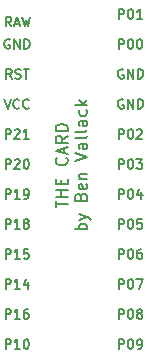
<source format=gbr>
%TF.GenerationSoftware,KiCad,Pcbnew,(5.1.10-1-10_14)*%
%TF.CreationDate,2022-03-08T11:01:30+00:00*%
%TF.ProjectId,The Card Tears Rounded,54686520-4361-4726-9420-546561727320,VERSION_HERE*%
%TF.SameCoordinates,Original*%
%TF.FileFunction,Legend,Top*%
%TF.FilePolarity,Positive*%
%FSLAX46Y46*%
G04 Gerber Fmt 4.6, Leading zero omitted, Abs format (unit mm)*
G04 Created by KiCad (PCBNEW (5.1.10-1-10_14)) date 2022-03-08 11:01:30*
%MOMM*%
%LPD*%
G01*
G04 APERTURE LIST*
%ADD10C,0.150000*%
G04 APERTURE END LIST*
D10*
X89077380Y21928571D02*
X89077380Y22500000D01*
X90077380Y22214285D02*
X89077380Y22214285D01*
X90077380Y22833333D02*
X89077380Y22833333D01*
X89553571Y22833333D02*
X89553571Y23404761D01*
X90077380Y23404761D02*
X89077380Y23404761D01*
X89553571Y23880952D02*
X89553571Y24214285D01*
X90077380Y24357142D02*
X90077380Y23880952D01*
X89077380Y23880952D01*
X89077380Y24357142D01*
X89982142Y26119047D02*
X90029761Y26071428D01*
X90077380Y25928571D01*
X90077380Y25833333D01*
X90029761Y25690476D01*
X89934523Y25595238D01*
X89839285Y25547619D01*
X89648809Y25500000D01*
X89505952Y25500000D01*
X89315476Y25547619D01*
X89220238Y25595238D01*
X89125000Y25690476D01*
X89077380Y25833333D01*
X89077380Y25928571D01*
X89125000Y26071428D01*
X89172619Y26119047D01*
X89791666Y26500000D02*
X89791666Y26976190D01*
X90077380Y26404761D02*
X89077380Y26738095D01*
X90077380Y27071428D01*
X90077380Y27976190D02*
X89601190Y27642857D01*
X90077380Y27404761D02*
X89077380Y27404761D01*
X89077380Y27785714D01*
X89125000Y27880952D01*
X89172619Y27928571D01*
X89267857Y27976190D01*
X89410714Y27976190D01*
X89505952Y27928571D01*
X89553571Y27880952D01*
X89601190Y27785714D01*
X89601190Y27404761D01*
X90077380Y28404761D02*
X89077380Y28404761D01*
X89077380Y28642857D01*
X89125000Y28785714D01*
X89220238Y28880952D01*
X89315476Y28928571D01*
X89505952Y28976190D01*
X89648809Y28976190D01*
X89839285Y28928571D01*
X89934523Y28880952D01*
X90029761Y28785714D01*
X90077380Y28642857D01*
X90077380Y28404761D01*
X91727380Y20071428D02*
X90727380Y20071428D01*
X91108333Y20071428D02*
X91060714Y20166666D01*
X91060714Y20357142D01*
X91108333Y20452380D01*
X91155952Y20500000D01*
X91251190Y20547619D01*
X91536904Y20547619D01*
X91632142Y20500000D01*
X91679761Y20452380D01*
X91727380Y20357142D01*
X91727380Y20166666D01*
X91679761Y20071428D01*
X91060714Y20880952D02*
X91727380Y21119047D01*
X91060714Y21357142D02*
X91727380Y21119047D01*
X91965476Y21023809D01*
X92013095Y20976190D01*
X92060714Y20880952D01*
X91203571Y22833333D02*
X91251190Y22976190D01*
X91298809Y23023809D01*
X91394047Y23071428D01*
X91536904Y23071428D01*
X91632142Y23023809D01*
X91679761Y22976190D01*
X91727380Y22880952D01*
X91727380Y22500000D01*
X90727380Y22500000D01*
X90727380Y22833333D01*
X90775000Y22928571D01*
X90822619Y22976190D01*
X90917857Y23023809D01*
X91013095Y23023809D01*
X91108333Y22976190D01*
X91155952Y22928571D01*
X91203571Y22833333D01*
X91203571Y22500000D01*
X91679761Y23880952D02*
X91727380Y23785714D01*
X91727380Y23595238D01*
X91679761Y23500000D01*
X91584523Y23452380D01*
X91203571Y23452380D01*
X91108333Y23500000D01*
X91060714Y23595238D01*
X91060714Y23785714D01*
X91108333Y23880952D01*
X91203571Y23928571D01*
X91298809Y23928571D01*
X91394047Y23452380D01*
X91060714Y24357142D02*
X91727380Y24357142D01*
X91155952Y24357142D02*
X91108333Y24404761D01*
X91060714Y24500000D01*
X91060714Y24642857D01*
X91108333Y24738095D01*
X91203571Y24785714D01*
X91727380Y24785714D01*
X90727380Y25880952D02*
X91727380Y26214285D01*
X90727380Y26547619D01*
X91727380Y27309523D02*
X91203571Y27309523D01*
X91108333Y27261904D01*
X91060714Y27166666D01*
X91060714Y26976190D01*
X91108333Y26880952D01*
X91679761Y27309523D02*
X91727380Y27214285D01*
X91727380Y26976190D01*
X91679761Y26880952D01*
X91584523Y26833333D01*
X91489285Y26833333D01*
X91394047Y26880952D01*
X91346428Y26976190D01*
X91346428Y27214285D01*
X91298809Y27309523D01*
X91727380Y27928571D02*
X91679761Y27833333D01*
X91584523Y27785714D01*
X90727380Y27785714D01*
X91727380Y28452380D02*
X91679761Y28357142D01*
X91584523Y28309523D01*
X90727380Y28309523D01*
X91727380Y29261904D02*
X91203571Y29261904D01*
X91108333Y29214285D01*
X91060714Y29119047D01*
X91060714Y28928571D01*
X91108333Y28833333D01*
X91679761Y29261904D02*
X91727380Y29166666D01*
X91727380Y28928571D01*
X91679761Y28833333D01*
X91584523Y28785714D01*
X91489285Y28785714D01*
X91394047Y28833333D01*
X91346428Y28928571D01*
X91346428Y29166666D01*
X91298809Y29261904D01*
X91679761Y30166666D02*
X91727380Y30071428D01*
X91727380Y29880952D01*
X91679761Y29785714D01*
X91632142Y29738095D01*
X91536904Y29690476D01*
X91251190Y29690476D01*
X91155952Y29738095D01*
X91108333Y29785714D01*
X91060714Y29880952D01*
X91060714Y30071428D01*
X91108333Y30166666D01*
X91727380Y30595238D02*
X90727380Y30595238D01*
X91346428Y30690476D02*
X91727380Y30976190D01*
X91060714Y30976190D02*
X91441666Y30595238D01*
%TO.C,MCU1*%
X85297619Y37238095D02*
X85030952Y37619047D01*
X84840476Y37238095D02*
X84840476Y38038095D01*
X85145238Y38038095D01*
X85221428Y38000000D01*
X85259523Y37961904D01*
X85297619Y37885714D01*
X85297619Y37771428D01*
X85259523Y37695238D01*
X85221428Y37657142D01*
X85145238Y37619047D01*
X84840476Y37619047D01*
X85602380Y37466666D02*
X85983333Y37466666D01*
X85526190Y37238095D02*
X85792857Y38038095D01*
X86059523Y37238095D01*
X86250000Y38038095D02*
X86440476Y37238095D01*
X86592857Y37809523D01*
X86745238Y37238095D01*
X86935714Y38038095D01*
X85190476Y36130000D02*
X85114285Y36168095D01*
X85000000Y36168095D01*
X84885714Y36130000D01*
X84809523Y36053809D01*
X84771428Y35977619D01*
X84733333Y35825238D01*
X84733333Y35710952D01*
X84771428Y35558571D01*
X84809523Y35482380D01*
X84885714Y35406190D01*
X85000000Y35368095D01*
X85076190Y35368095D01*
X85190476Y35406190D01*
X85228571Y35444285D01*
X85228571Y35710952D01*
X85076190Y35710952D01*
X85571428Y35368095D02*
X85571428Y36168095D01*
X86028571Y35368095D01*
X86028571Y36168095D01*
X86409523Y35368095D02*
X86409523Y36168095D01*
X86600000Y36168095D01*
X86714285Y36130000D01*
X86790476Y36053809D01*
X86828571Y35977619D01*
X86866666Y35825238D01*
X86866666Y35710952D01*
X86828571Y35558571D01*
X86790476Y35482380D01*
X86714285Y35406190D01*
X86600000Y35368095D01*
X86409523Y35368095D01*
X85361904Y32828095D02*
X85095238Y33209047D01*
X84904761Y32828095D02*
X84904761Y33628095D01*
X85209523Y33628095D01*
X85285714Y33590000D01*
X85323809Y33551904D01*
X85361904Y33475714D01*
X85361904Y33361428D01*
X85323809Y33285238D01*
X85285714Y33247142D01*
X85209523Y33209047D01*
X84904761Y33209047D01*
X85666666Y32866190D02*
X85780952Y32828095D01*
X85971428Y32828095D01*
X86047619Y32866190D01*
X86085714Y32904285D01*
X86123809Y32980476D01*
X86123809Y33056666D01*
X86085714Y33132857D01*
X86047619Y33170952D01*
X85971428Y33209047D01*
X85819047Y33247142D01*
X85742857Y33285238D01*
X85704761Y33323333D01*
X85666666Y33399523D01*
X85666666Y33475714D01*
X85704761Y33551904D01*
X85742857Y33590000D01*
X85819047Y33628095D01*
X86009523Y33628095D01*
X86123809Y33590000D01*
X86352380Y33628095D02*
X86809523Y33628095D01*
X86580952Y32828095D02*
X86580952Y33628095D01*
X84733333Y31088095D02*
X85000000Y30288095D01*
X85266666Y31088095D01*
X85990476Y30364285D02*
X85952380Y30326190D01*
X85838095Y30288095D01*
X85761904Y30288095D01*
X85647619Y30326190D01*
X85571428Y30402380D01*
X85533333Y30478571D01*
X85495238Y30630952D01*
X85495238Y30745238D01*
X85533333Y30897619D01*
X85571428Y30973809D01*
X85647619Y31050000D01*
X85761904Y31088095D01*
X85838095Y31088095D01*
X85952380Y31050000D01*
X85990476Y31011904D01*
X86790476Y30364285D02*
X86752380Y30326190D01*
X86638095Y30288095D01*
X86561904Y30288095D01*
X86447619Y30326190D01*
X86371428Y30402380D01*
X86333333Y30478571D01*
X86295238Y30630952D01*
X86295238Y30745238D01*
X86333333Y30897619D01*
X86371428Y30973809D01*
X86447619Y31050000D01*
X86561904Y31088095D01*
X86638095Y31088095D01*
X86752380Y31050000D01*
X86790476Y31011904D01*
X84828571Y27748095D02*
X84828571Y28548095D01*
X85133333Y28548095D01*
X85209523Y28510000D01*
X85247619Y28471904D01*
X85285714Y28395714D01*
X85285714Y28281428D01*
X85247619Y28205238D01*
X85209523Y28167142D01*
X85133333Y28129047D01*
X84828571Y28129047D01*
X85590476Y28471904D02*
X85628571Y28510000D01*
X85704761Y28548095D01*
X85895238Y28548095D01*
X85971428Y28510000D01*
X86009523Y28471904D01*
X86047619Y28395714D01*
X86047619Y28319523D01*
X86009523Y28205238D01*
X85552380Y27748095D01*
X86047619Y27748095D01*
X86809523Y27748095D02*
X86352380Y27748095D01*
X86580952Y27748095D02*
X86580952Y28548095D01*
X86504761Y28433809D01*
X86428571Y28357619D01*
X86352380Y28319523D01*
X84828571Y25208095D02*
X84828571Y26008095D01*
X85133333Y26008095D01*
X85209523Y25970000D01*
X85247619Y25931904D01*
X85285714Y25855714D01*
X85285714Y25741428D01*
X85247619Y25665238D01*
X85209523Y25627142D01*
X85133333Y25589047D01*
X84828571Y25589047D01*
X85590476Y25931904D02*
X85628571Y25970000D01*
X85704761Y26008095D01*
X85895238Y26008095D01*
X85971428Y25970000D01*
X86009523Y25931904D01*
X86047619Y25855714D01*
X86047619Y25779523D01*
X86009523Y25665238D01*
X85552380Y25208095D01*
X86047619Y25208095D01*
X86542857Y26008095D02*
X86619047Y26008095D01*
X86695238Y25970000D01*
X86733333Y25931904D01*
X86771428Y25855714D01*
X86809523Y25703333D01*
X86809523Y25512857D01*
X86771428Y25360476D01*
X86733333Y25284285D01*
X86695238Y25246190D01*
X86619047Y25208095D01*
X86542857Y25208095D01*
X86466666Y25246190D01*
X86428571Y25284285D01*
X86390476Y25360476D01*
X86352380Y25512857D01*
X86352380Y25703333D01*
X86390476Y25855714D01*
X86428571Y25931904D01*
X86466666Y25970000D01*
X86542857Y26008095D01*
X84828571Y22668095D02*
X84828571Y23468095D01*
X85133333Y23468095D01*
X85209523Y23430000D01*
X85247619Y23391904D01*
X85285714Y23315714D01*
X85285714Y23201428D01*
X85247619Y23125238D01*
X85209523Y23087142D01*
X85133333Y23049047D01*
X84828571Y23049047D01*
X86047619Y22668095D02*
X85590476Y22668095D01*
X85819047Y22668095D02*
X85819047Y23468095D01*
X85742857Y23353809D01*
X85666666Y23277619D01*
X85590476Y23239523D01*
X86428571Y22668095D02*
X86580952Y22668095D01*
X86657142Y22706190D01*
X86695238Y22744285D01*
X86771428Y22858571D01*
X86809523Y23010952D01*
X86809523Y23315714D01*
X86771428Y23391904D01*
X86733333Y23430000D01*
X86657142Y23468095D01*
X86504761Y23468095D01*
X86428571Y23430000D01*
X86390476Y23391904D01*
X86352380Y23315714D01*
X86352380Y23125238D01*
X86390476Y23049047D01*
X86428571Y23010952D01*
X86504761Y22972857D01*
X86657142Y22972857D01*
X86733333Y23010952D01*
X86771428Y23049047D01*
X86809523Y23125238D01*
X84828571Y20128095D02*
X84828571Y20928095D01*
X85133333Y20928095D01*
X85209523Y20890000D01*
X85247619Y20851904D01*
X85285714Y20775714D01*
X85285714Y20661428D01*
X85247619Y20585238D01*
X85209523Y20547142D01*
X85133333Y20509047D01*
X84828571Y20509047D01*
X86047619Y20128095D02*
X85590476Y20128095D01*
X85819047Y20128095D02*
X85819047Y20928095D01*
X85742857Y20813809D01*
X85666666Y20737619D01*
X85590476Y20699523D01*
X86504761Y20585238D02*
X86428571Y20623333D01*
X86390476Y20661428D01*
X86352380Y20737619D01*
X86352380Y20775714D01*
X86390476Y20851904D01*
X86428571Y20890000D01*
X86504761Y20928095D01*
X86657142Y20928095D01*
X86733333Y20890000D01*
X86771428Y20851904D01*
X86809523Y20775714D01*
X86809523Y20737619D01*
X86771428Y20661428D01*
X86733333Y20623333D01*
X86657142Y20585238D01*
X86504761Y20585238D01*
X86428571Y20547142D01*
X86390476Y20509047D01*
X86352380Y20432857D01*
X86352380Y20280476D01*
X86390476Y20204285D01*
X86428571Y20166190D01*
X86504761Y20128095D01*
X86657142Y20128095D01*
X86733333Y20166190D01*
X86771428Y20204285D01*
X86809523Y20280476D01*
X86809523Y20432857D01*
X86771428Y20509047D01*
X86733333Y20547142D01*
X86657142Y20585238D01*
X84828571Y17588095D02*
X84828571Y18388095D01*
X85133333Y18388095D01*
X85209523Y18350000D01*
X85247619Y18311904D01*
X85285714Y18235714D01*
X85285714Y18121428D01*
X85247619Y18045238D01*
X85209523Y18007142D01*
X85133333Y17969047D01*
X84828571Y17969047D01*
X86047619Y17588095D02*
X85590476Y17588095D01*
X85819047Y17588095D02*
X85819047Y18388095D01*
X85742857Y18273809D01*
X85666666Y18197619D01*
X85590476Y18159523D01*
X86771428Y18388095D02*
X86390476Y18388095D01*
X86352380Y18007142D01*
X86390476Y18045238D01*
X86466666Y18083333D01*
X86657142Y18083333D01*
X86733333Y18045238D01*
X86771428Y18007142D01*
X86809523Y17930952D01*
X86809523Y17740476D01*
X86771428Y17664285D01*
X86733333Y17626190D01*
X86657142Y17588095D01*
X86466666Y17588095D01*
X86390476Y17626190D01*
X86352380Y17664285D01*
X84828571Y15048095D02*
X84828571Y15848095D01*
X85133333Y15848095D01*
X85209523Y15810000D01*
X85247619Y15771904D01*
X85285714Y15695714D01*
X85285714Y15581428D01*
X85247619Y15505238D01*
X85209523Y15467142D01*
X85133333Y15429047D01*
X84828571Y15429047D01*
X86047619Y15048095D02*
X85590476Y15048095D01*
X85819047Y15048095D02*
X85819047Y15848095D01*
X85742857Y15733809D01*
X85666666Y15657619D01*
X85590476Y15619523D01*
X86733333Y15581428D02*
X86733333Y15048095D01*
X86542857Y15886190D02*
X86352380Y15314761D01*
X86847619Y15314761D01*
X84828571Y12508095D02*
X84828571Y13308095D01*
X85133333Y13308095D01*
X85209523Y13270000D01*
X85247619Y13231904D01*
X85285714Y13155714D01*
X85285714Y13041428D01*
X85247619Y12965238D01*
X85209523Y12927142D01*
X85133333Y12889047D01*
X84828571Y12889047D01*
X86047619Y12508095D02*
X85590476Y12508095D01*
X85819047Y12508095D02*
X85819047Y13308095D01*
X85742857Y13193809D01*
X85666666Y13117619D01*
X85590476Y13079523D01*
X86733333Y13308095D02*
X86580952Y13308095D01*
X86504761Y13270000D01*
X86466666Y13231904D01*
X86390476Y13117619D01*
X86352380Y12965238D01*
X86352380Y12660476D01*
X86390476Y12584285D01*
X86428571Y12546190D01*
X86504761Y12508095D01*
X86657142Y12508095D01*
X86733333Y12546190D01*
X86771428Y12584285D01*
X86809523Y12660476D01*
X86809523Y12850952D01*
X86771428Y12927142D01*
X86733333Y12965238D01*
X86657142Y13003333D01*
X86504761Y13003333D01*
X86428571Y12965238D01*
X86390476Y12927142D01*
X86352380Y12850952D01*
X84828571Y9968095D02*
X84828571Y10768095D01*
X85133333Y10768095D01*
X85209523Y10730000D01*
X85247619Y10691904D01*
X85285714Y10615714D01*
X85285714Y10501428D01*
X85247619Y10425238D01*
X85209523Y10387142D01*
X85133333Y10349047D01*
X84828571Y10349047D01*
X86047619Y9968095D02*
X85590476Y9968095D01*
X85819047Y9968095D02*
X85819047Y10768095D01*
X85742857Y10653809D01*
X85666666Y10577619D01*
X85590476Y10539523D01*
X86542857Y10768095D02*
X86619047Y10768095D01*
X86695238Y10730000D01*
X86733333Y10691904D01*
X86771428Y10615714D01*
X86809523Y10463333D01*
X86809523Y10272857D01*
X86771428Y10120476D01*
X86733333Y10044285D01*
X86695238Y10006190D01*
X86619047Y9968095D01*
X86542857Y9968095D01*
X86466666Y10006190D01*
X86428571Y10044285D01*
X86390476Y10120476D01*
X86352380Y10272857D01*
X86352380Y10463333D01*
X86390476Y10615714D01*
X86428571Y10691904D01*
X86466666Y10730000D01*
X86542857Y10768095D01*
X94428571Y37908095D02*
X94428571Y38708095D01*
X94733333Y38708095D01*
X94809523Y38670000D01*
X94847619Y38631904D01*
X94885714Y38555714D01*
X94885714Y38441428D01*
X94847619Y38365238D01*
X94809523Y38327142D01*
X94733333Y38289047D01*
X94428571Y38289047D01*
X95380952Y38708095D02*
X95457142Y38708095D01*
X95533333Y38670000D01*
X95571428Y38631904D01*
X95609523Y38555714D01*
X95647619Y38403333D01*
X95647619Y38212857D01*
X95609523Y38060476D01*
X95571428Y37984285D01*
X95533333Y37946190D01*
X95457142Y37908095D01*
X95380952Y37908095D01*
X95304761Y37946190D01*
X95266666Y37984285D01*
X95228571Y38060476D01*
X95190476Y38212857D01*
X95190476Y38403333D01*
X95228571Y38555714D01*
X95266666Y38631904D01*
X95304761Y38670000D01*
X95380952Y38708095D01*
X96409523Y37908095D02*
X95952380Y37908095D01*
X96180952Y37908095D02*
X96180952Y38708095D01*
X96104761Y38593809D01*
X96028571Y38517619D01*
X95952380Y38479523D01*
X94428571Y35368095D02*
X94428571Y36168095D01*
X94733333Y36168095D01*
X94809523Y36130000D01*
X94847619Y36091904D01*
X94885714Y36015714D01*
X94885714Y35901428D01*
X94847619Y35825238D01*
X94809523Y35787142D01*
X94733333Y35749047D01*
X94428571Y35749047D01*
X95380952Y36168095D02*
X95457142Y36168095D01*
X95533333Y36130000D01*
X95571428Y36091904D01*
X95609523Y36015714D01*
X95647619Y35863333D01*
X95647619Y35672857D01*
X95609523Y35520476D01*
X95571428Y35444285D01*
X95533333Y35406190D01*
X95457142Y35368095D01*
X95380952Y35368095D01*
X95304761Y35406190D01*
X95266666Y35444285D01*
X95228571Y35520476D01*
X95190476Y35672857D01*
X95190476Y35863333D01*
X95228571Y36015714D01*
X95266666Y36091904D01*
X95304761Y36130000D01*
X95380952Y36168095D01*
X96142857Y36168095D02*
X96219047Y36168095D01*
X96295238Y36130000D01*
X96333333Y36091904D01*
X96371428Y36015714D01*
X96409523Y35863333D01*
X96409523Y35672857D01*
X96371428Y35520476D01*
X96333333Y35444285D01*
X96295238Y35406190D01*
X96219047Y35368095D01*
X96142857Y35368095D01*
X96066666Y35406190D01*
X96028571Y35444285D01*
X95990476Y35520476D01*
X95952380Y35672857D01*
X95952380Y35863333D01*
X95990476Y36015714D01*
X96028571Y36091904D01*
X96066666Y36130000D01*
X96142857Y36168095D01*
X94790476Y33590000D02*
X94714285Y33628095D01*
X94600000Y33628095D01*
X94485714Y33590000D01*
X94409523Y33513809D01*
X94371428Y33437619D01*
X94333333Y33285238D01*
X94333333Y33170952D01*
X94371428Y33018571D01*
X94409523Y32942380D01*
X94485714Y32866190D01*
X94600000Y32828095D01*
X94676190Y32828095D01*
X94790476Y32866190D01*
X94828571Y32904285D01*
X94828571Y33170952D01*
X94676190Y33170952D01*
X95171428Y32828095D02*
X95171428Y33628095D01*
X95628571Y32828095D01*
X95628571Y33628095D01*
X96009523Y32828095D02*
X96009523Y33628095D01*
X96200000Y33628095D01*
X96314285Y33590000D01*
X96390476Y33513809D01*
X96428571Y33437619D01*
X96466666Y33285238D01*
X96466666Y33170952D01*
X96428571Y33018571D01*
X96390476Y32942380D01*
X96314285Y32866190D01*
X96200000Y32828095D01*
X96009523Y32828095D01*
X94790476Y31050000D02*
X94714285Y31088095D01*
X94600000Y31088095D01*
X94485714Y31050000D01*
X94409523Y30973809D01*
X94371428Y30897619D01*
X94333333Y30745238D01*
X94333333Y30630952D01*
X94371428Y30478571D01*
X94409523Y30402380D01*
X94485714Y30326190D01*
X94600000Y30288095D01*
X94676190Y30288095D01*
X94790476Y30326190D01*
X94828571Y30364285D01*
X94828571Y30630952D01*
X94676190Y30630952D01*
X95171428Y30288095D02*
X95171428Y31088095D01*
X95628571Y30288095D01*
X95628571Y31088095D01*
X96009523Y30288095D02*
X96009523Y31088095D01*
X96200000Y31088095D01*
X96314285Y31050000D01*
X96390476Y30973809D01*
X96428571Y30897619D01*
X96466666Y30745238D01*
X96466666Y30630952D01*
X96428571Y30478571D01*
X96390476Y30402380D01*
X96314285Y30326190D01*
X96200000Y30288095D01*
X96009523Y30288095D01*
X94428571Y27748095D02*
X94428571Y28548095D01*
X94733333Y28548095D01*
X94809523Y28510000D01*
X94847619Y28471904D01*
X94885714Y28395714D01*
X94885714Y28281428D01*
X94847619Y28205238D01*
X94809523Y28167142D01*
X94733333Y28129047D01*
X94428571Y28129047D01*
X95380952Y28548095D02*
X95457142Y28548095D01*
X95533333Y28510000D01*
X95571428Y28471904D01*
X95609523Y28395714D01*
X95647619Y28243333D01*
X95647619Y28052857D01*
X95609523Y27900476D01*
X95571428Y27824285D01*
X95533333Y27786190D01*
X95457142Y27748095D01*
X95380952Y27748095D01*
X95304761Y27786190D01*
X95266666Y27824285D01*
X95228571Y27900476D01*
X95190476Y28052857D01*
X95190476Y28243333D01*
X95228571Y28395714D01*
X95266666Y28471904D01*
X95304761Y28510000D01*
X95380952Y28548095D01*
X95952380Y28471904D02*
X95990476Y28510000D01*
X96066666Y28548095D01*
X96257142Y28548095D01*
X96333333Y28510000D01*
X96371428Y28471904D01*
X96409523Y28395714D01*
X96409523Y28319523D01*
X96371428Y28205238D01*
X95914285Y27748095D01*
X96409523Y27748095D01*
X94428571Y25208095D02*
X94428571Y26008095D01*
X94733333Y26008095D01*
X94809523Y25970000D01*
X94847619Y25931904D01*
X94885714Y25855714D01*
X94885714Y25741428D01*
X94847619Y25665238D01*
X94809523Y25627142D01*
X94733333Y25589047D01*
X94428571Y25589047D01*
X95380952Y26008095D02*
X95457142Y26008095D01*
X95533333Y25970000D01*
X95571428Y25931904D01*
X95609523Y25855714D01*
X95647619Y25703333D01*
X95647619Y25512857D01*
X95609523Y25360476D01*
X95571428Y25284285D01*
X95533333Y25246190D01*
X95457142Y25208095D01*
X95380952Y25208095D01*
X95304761Y25246190D01*
X95266666Y25284285D01*
X95228571Y25360476D01*
X95190476Y25512857D01*
X95190476Y25703333D01*
X95228571Y25855714D01*
X95266666Y25931904D01*
X95304761Y25970000D01*
X95380952Y26008095D01*
X95914285Y26008095D02*
X96409523Y26008095D01*
X96142857Y25703333D01*
X96257142Y25703333D01*
X96333333Y25665238D01*
X96371428Y25627142D01*
X96409523Y25550952D01*
X96409523Y25360476D01*
X96371428Y25284285D01*
X96333333Y25246190D01*
X96257142Y25208095D01*
X96028571Y25208095D01*
X95952380Y25246190D01*
X95914285Y25284285D01*
X94428571Y22668095D02*
X94428571Y23468095D01*
X94733333Y23468095D01*
X94809523Y23430000D01*
X94847619Y23391904D01*
X94885714Y23315714D01*
X94885714Y23201428D01*
X94847619Y23125238D01*
X94809523Y23087142D01*
X94733333Y23049047D01*
X94428571Y23049047D01*
X95380952Y23468095D02*
X95457142Y23468095D01*
X95533333Y23430000D01*
X95571428Y23391904D01*
X95609523Y23315714D01*
X95647619Y23163333D01*
X95647619Y22972857D01*
X95609523Y22820476D01*
X95571428Y22744285D01*
X95533333Y22706190D01*
X95457142Y22668095D01*
X95380952Y22668095D01*
X95304761Y22706190D01*
X95266666Y22744285D01*
X95228571Y22820476D01*
X95190476Y22972857D01*
X95190476Y23163333D01*
X95228571Y23315714D01*
X95266666Y23391904D01*
X95304761Y23430000D01*
X95380952Y23468095D01*
X96333333Y23201428D02*
X96333333Y22668095D01*
X96142857Y23506190D02*
X95952380Y22934761D01*
X96447619Y22934761D01*
X94428571Y20128095D02*
X94428571Y20928095D01*
X94733333Y20928095D01*
X94809523Y20890000D01*
X94847619Y20851904D01*
X94885714Y20775714D01*
X94885714Y20661428D01*
X94847619Y20585238D01*
X94809523Y20547142D01*
X94733333Y20509047D01*
X94428571Y20509047D01*
X95380952Y20928095D02*
X95457142Y20928095D01*
X95533333Y20890000D01*
X95571428Y20851904D01*
X95609523Y20775714D01*
X95647619Y20623333D01*
X95647619Y20432857D01*
X95609523Y20280476D01*
X95571428Y20204285D01*
X95533333Y20166190D01*
X95457142Y20128095D01*
X95380952Y20128095D01*
X95304761Y20166190D01*
X95266666Y20204285D01*
X95228571Y20280476D01*
X95190476Y20432857D01*
X95190476Y20623333D01*
X95228571Y20775714D01*
X95266666Y20851904D01*
X95304761Y20890000D01*
X95380952Y20928095D01*
X96371428Y20928095D02*
X95990476Y20928095D01*
X95952380Y20547142D01*
X95990476Y20585238D01*
X96066666Y20623333D01*
X96257142Y20623333D01*
X96333333Y20585238D01*
X96371428Y20547142D01*
X96409523Y20470952D01*
X96409523Y20280476D01*
X96371428Y20204285D01*
X96333333Y20166190D01*
X96257142Y20128095D01*
X96066666Y20128095D01*
X95990476Y20166190D01*
X95952380Y20204285D01*
X94428571Y17588095D02*
X94428571Y18388095D01*
X94733333Y18388095D01*
X94809523Y18350000D01*
X94847619Y18311904D01*
X94885714Y18235714D01*
X94885714Y18121428D01*
X94847619Y18045238D01*
X94809523Y18007142D01*
X94733333Y17969047D01*
X94428571Y17969047D01*
X95380952Y18388095D02*
X95457142Y18388095D01*
X95533333Y18350000D01*
X95571428Y18311904D01*
X95609523Y18235714D01*
X95647619Y18083333D01*
X95647619Y17892857D01*
X95609523Y17740476D01*
X95571428Y17664285D01*
X95533333Y17626190D01*
X95457142Y17588095D01*
X95380952Y17588095D01*
X95304761Y17626190D01*
X95266666Y17664285D01*
X95228571Y17740476D01*
X95190476Y17892857D01*
X95190476Y18083333D01*
X95228571Y18235714D01*
X95266666Y18311904D01*
X95304761Y18350000D01*
X95380952Y18388095D01*
X96333333Y18388095D02*
X96180952Y18388095D01*
X96104761Y18350000D01*
X96066666Y18311904D01*
X95990476Y18197619D01*
X95952380Y18045238D01*
X95952380Y17740476D01*
X95990476Y17664285D01*
X96028571Y17626190D01*
X96104761Y17588095D01*
X96257142Y17588095D01*
X96333333Y17626190D01*
X96371428Y17664285D01*
X96409523Y17740476D01*
X96409523Y17930952D01*
X96371428Y18007142D01*
X96333333Y18045238D01*
X96257142Y18083333D01*
X96104761Y18083333D01*
X96028571Y18045238D01*
X95990476Y18007142D01*
X95952380Y17930952D01*
X94428571Y15048095D02*
X94428571Y15848095D01*
X94733333Y15848095D01*
X94809523Y15810000D01*
X94847619Y15771904D01*
X94885714Y15695714D01*
X94885714Y15581428D01*
X94847619Y15505238D01*
X94809523Y15467142D01*
X94733333Y15429047D01*
X94428571Y15429047D01*
X95380952Y15848095D02*
X95457142Y15848095D01*
X95533333Y15810000D01*
X95571428Y15771904D01*
X95609523Y15695714D01*
X95647619Y15543333D01*
X95647619Y15352857D01*
X95609523Y15200476D01*
X95571428Y15124285D01*
X95533333Y15086190D01*
X95457142Y15048095D01*
X95380952Y15048095D01*
X95304761Y15086190D01*
X95266666Y15124285D01*
X95228571Y15200476D01*
X95190476Y15352857D01*
X95190476Y15543333D01*
X95228571Y15695714D01*
X95266666Y15771904D01*
X95304761Y15810000D01*
X95380952Y15848095D01*
X95914285Y15848095D02*
X96447619Y15848095D01*
X96104761Y15048095D01*
X94428571Y12508095D02*
X94428571Y13308095D01*
X94733333Y13308095D01*
X94809523Y13270000D01*
X94847619Y13231904D01*
X94885714Y13155714D01*
X94885714Y13041428D01*
X94847619Y12965238D01*
X94809523Y12927142D01*
X94733333Y12889047D01*
X94428571Y12889047D01*
X95380952Y13308095D02*
X95457142Y13308095D01*
X95533333Y13270000D01*
X95571428Y13231904D01*
X95609523Y13155714D01*
X95647619Y13003333D01*
X95647619Y12812857D01*
X95609523Y12660476D01*
X95571428Y12584285D01*
X95533333Y12546190D01*
X95457142Y12508095D01*
X95380952Y12508095D01*
X95304761Y12546190D01*
X95266666Y12584285D01*
X95228571Y12660476D01*
X95190476Y12812857D01*
X95190476Y13003333D01*
X95228571Y13155714D01*
X95266666Y13231904D01*
X95304761Y13270000D01*
X95380952Y13308095D01*
X96104761Y12965238D02*
X96028571Y13003333D01*
X95990476Y13041428D01*
X95952380Y13117619D01*
X95952380Y13155714D01*
X95990476Y13231904D01*
X96028571Y13270000D01*
X96104761Y13308095D01*
X96257142Y13308095D01*
X96333333Y13270000D01*
X96371428Y13231904D01*
X96409523Y13155714D01*
X96409523Y13117619D01*
X96371428Y13041428D01*
X96333333Y13003333D01*
X96257142Y12965238D01*
X96104761Y12965238D01*
X96028571Y12927142D01*
X95990476Y12889047D01*
X95952380Y12812857D01*
X95952380Y12660476D01*
X95990476Y12584285D01*
X96028571Y12546190D01*
X96104761Y12508095D01*
X96257142Y12508095D01*
X96333333Y12546190D01*
X96371428Y12584285D01*
X96409523Y12660476D01*
X96409523Y12812857D01*
X96371428Y12889047D01*
X96333333Y12927142D01*
X96257142Y12965238D01*
X94428571Y9968095D02*
X94428571Y10768095D01*
X94733333Y10768095D01*
X94809523Y10730000D01*
X94847619Y10691904D01*
X94885714Y10615714D01*
X94885714Y10501428D01*
X94847619Y10425238D01*
X94809523Y10387142D01*
X94733333Y10349047D01*
X94428571Y10349047D01*
X95380952Y10768095D02*
X95457142Y10768095D01*
X95533333Y10730000D01*
X95571428Y10691904D01*
X95609523Y10615714D01*
X95647619Y10463333D01*
X95647619Y10272857D01*
X95609523Y10120476D01*
X95571428Y10044285D01*
X95533333Y10006190D01*
X95457142Y9968095D01*
X95380952Y9968095D01*
X95304761Y10006190D01*
X95266666Y10044285D01*
X95228571Y10120476D01*
X95190476Y10272857D01*
X95190476Y10463333D01*
X95228571Y10615714D01*
X95266666Y10691904D01*
X95304761Y10730000D01*
X95380952Y10768095D01*
X96028571Y9968095D02*
X96180952Y9968095D01*
X96257142Y10006190D01*
X96295238Y10044285D01*
X96371428Y10158571D01*
X96409523Y10310952D01*
X96409523Y10615714D01*
X96371428Y10691904D01*
X96333333Y10730000D01*
X96257142Y10768095D01*
X96104761Y10768095D01*
X96028571Y10730000D01*
X95990476Y10691904D01*
X95952380Y10615714D01*
X95952380Y10425238D01*
X95990476Y10349047D01*
X96028571Y10310952D01*
X96104761Y10272857D01*
X96257142Y10272857D01*
X96333333Y10310952D01*
X96371428Y10349047D01*
X96409523Y10425238D01*
%TO.C,*%
%TD*%
M02*

</source>
